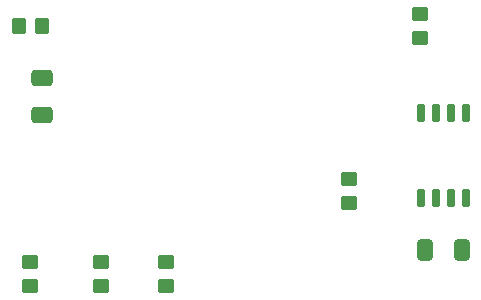
<source format=gtp>
G04 #@! TF.GenerationSoftware,KiCad,Pcbnew,7.0.7*
G04 #@! TF.CreationDate,2023-10-30T12:22:07+01:00*
G04 #@! TF.ProjectId,Speaker,53706561-6b65-4722-9e6b-696361645f70,rev?*
G04 #@! TF.SameCoordinates,Original*
G04 #@! TF.FileFunction,Paste,Top*
G04 #@! TF.FilePolarity,Positive*
%FSLAX46Y46*%
G04 Gerber Fmt 4.6, Leading zero omitted, Abs format (unit mm)*
G04 Created by KiCad (PCBNEW 7.0.7) date 2023-10-30 12:22:07*
%MOMM*%
%LPD*%
G01*
G04 APERTURE LIST*
G04 Aperture macros list*
%AMRoundRect*
0 Rectangle with rounded corners*
0 $1 Rounding radius*
0 $2 $3 $4 $5 $6 $7 $8 $9 X,Y pos of 4 corners*
0 Add a 4 corners polygon primitive as box body*
4,1,4,$2,$3,$4,$5,$6,$7,$8,$9,$2,$3,0*
0 Add four circle primitives for the rounded corners*
1,1,$1+$1,$2,$3*
1,1,$1+$1,$4,$5*
1,1,$1+$1,$6,$7*
1,1,$1+$1,$8,$9*
0 Add four rect primitives between the rounded corners*
20,1,$1+$1,$2,$3,$4,$5,0*
20,1,$1+$1,$4,$5,$6,$7,0*
20,1,$1+$1,$6,$7,$8,$9,0*
20,1,$1+$1,$8,$9,$2,$3,0*%
G04 Aperture macros list end*
%ADD10RoundRect,0.250000X0.450000X-0.350000X0.450000X0.350000X-0.450000X0.350000X-0.450000X-0.350000X0*%
%ADD11RoundRect,0.250000X-0.450000X0.350000X-0.450000X-0.350000X0.450000X-0.350000X0.450000X0.350000X0*%
%ADD12RoundRect,0.250000X-0.350000X-0.450000X0.350000X-0.450000X0.350000X0.450000X-0.350000X0.450000X0*%
%ADD13RoundRect,0.250000X-0.412500X-0.650000X0.412500X-0.650000X0.412500X0.650000X-0.412500X0.650000X0*%
%ADD14RoundRect,0.250000X-0.650000X0.412500X-0.650000X-0.412500X0.650000X-0.412500X0.650000X0.412500X0*%
%ADD15RoundRect,0.150000X-0.150000X0.650000X-0.150000X-0.650000X0.150000X-0.650000X0.150000X0.650000X0*%
G04 APERTURE END LIST*
D10*
X172000000Y-97000000D03*
X172000000Y-95000000D03*
D11*
X145000000Y-116000000D03*
X145000000Y-118000000D03*
D12*
X138000000Y-96000000D03*
X140000000Y-96000000D03*
D13*
X172437500Y-115000000D03*
X175562500Y-115000000D03*
D11*
X166000000Y-109000000D03*
X166000000Y-111000000D03*
X139000000Y-116000000D03*
X139000000Y-118000000D03*
X150500000Y-116000000D03*
X150500000Y-118000000D03*
D14*
X140000000Y-100437500D03*
X140000000Y-103562500D03*
D15*
X175905000Y-103400000D03*
X174635000Y-103400000D03*
X173365000Y-103400000D03*
X172095000Y-103400000D03*
X172095000Y-110600000D03*
X173365000Y-110600000D03*
X174635000Y-110600000D03*
X175905000Y-110600000D03*
M02*

</source>
